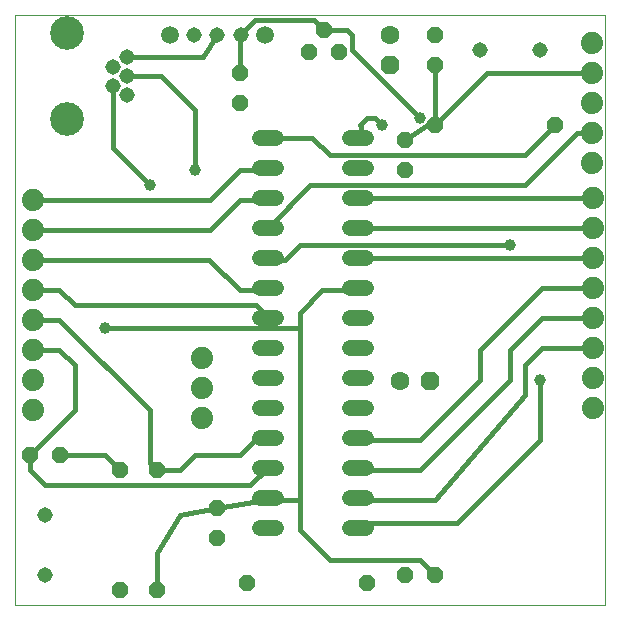
<source format=gtl>
G75*
%MOIN*%
%OFA0B0*%
%FSLAX25Y25*%
%IPPOS*%
%LPD*%
%AMOC8*
5,1,8,0,0,1.08239X$1,22.5*
%
%ADD10C,0.00000*%
%ADD11OC8,0.05200*%
%ADD12C,0.06300*%
%ADD13OC8,0.06300*%
%ADD14C,0.05150*%
%ADD15C,0.11220*%
%ADD16C,0.07400*%
%ADD17C,0.05200*%
%ADD18C,0.05937*%
%ADD19C,0.01600*%
%ADD20C,0.03962*%
D10*
X0008764Y0001800D02*
X0008764Y0198650D01*
X0205615Y0198650D01*
X0205615Y0001800D01*
X0008764Y0001800D01*
D11*
X0043764Y0006800D03*
X0056264Y0006800D03*
X0076264Y0024300D03*
X0076264Y0034300D03*
X0056264Y0046800D03*
X0043764Y0046800D03*
X0023764Y0051800D03*
X0013764Y0051800D03*
X0086264Y0009300D03*
X0126264Y0009300D03*
X0138764Y0011800D03*
X0148764Y0011800D03*
X0138764Y0146800D03*
X0138764Y0156800D03*
X0148764Y0161800D03*
X0148764Y0181800D03*
X0148764Y0191800D03*
X0116796Y0186111D03*
X0111796Y0193611D03*
X0106796Y0186111D03*
X0083764Y0179300D03*
X0083764Y0169300D03*
X0188764Y0161800D03*
D12*
X0133764Y0191800D03*
X0137288Y0076485D03*
D13*
X0147288Y0076485D03*
X0133764Y0181800D03*
D14*
X0163764Y0186800D03*
X0183764Y0186800D03*
X0084138Y0191800D03*
X0076264Y0191800D03*
X0068390Y0191800D03*
X0046205Y0184398D03*
X0041481Y0181249D03*
X0046205Y0178099D03*
X0041481Y0174950D03*
X0046205Y0171800D03*
X0018764Y0031800D03*
X0018764Y0011800D03*
D15*
X0026127Y0163729D03*
X0026127Y0192469D03*
D16*
X0014867Y0136997D03*
X0014867Y0126997D03*
X0014867Y0116997D03*
X0014867Y0106997D03*
X0014867Y0096997D03*
X0014867Y0086997D03*
X0014867Y0076997D03*
X0014867Y0066997D03*
X0071264Y0064300D03*
X0071264Y0074300D03*
X0071264Y0084300D03*
X0201599Y0087686D03*
X0201599Y0077686D03*
X0201599Y0067686D03*
X0201599Y0097686D03*
X0201599Y0107686D03*
X0201599Y0117686D03*
X0201599Y0127686D03*
X0201599Y0137686D03*
X0201264Y0149300D03*
X0201264Y0159300D03*
X0201264Y0169300D03*
X0201264Y0179300D03*
X0201264Y0189300D03*
D17*
X0125774Y0157666D02*
X0120574Y0157666D01*
X0120574Y0147666D02*
X0125774Y0147666D01*
X0125774Y0137666D02*
X0120574Y0137666D01*
X0120574Y0127666D02*
X0125774Y0127666D01*
X0125774Y0117666D02*
X0120574Y0117666D01*
X0120574Y0107666D02*
X0125774Y0107666D01*
X0125774Y0097666D02*
X0120574Y0097666D01*
X0120574Y0087666D02*
X0125774Y0087666D01*
X0125774Y0077666D02*
X0120574Y0077666D01*
X0120574Y0067666D02*
X0125774Y0067666D01*
X0125774Y0057666D02*
X0120574Y0057666D01*
X0120574Y0047666D02*
X0125774Y0047666D01*
X0125774Y0037666D02*
X0120574Y0037666D01*
X0120574Y0027666D02*
X0125774Y0027666D01*
X0095774Y0027666D02*
X0090574Y0027666D01*
X0090574Y0037666D02*
X0095774Y0037666D01*
X0095774Y0047666D02*
X0090574Y0047666D01*
X0090574Y0057666D02*
X0095774Y0057666D01*
X0095774Y0067666D02*
X0090574Y0067666D01*
X0090574Y0077666D02*
X0095774Y0077666D01*
X0095774Y0087666D02*
X0090574Y0087666D01*
X0090574Y0097666D02*
X0095774Y0097666D01*
X0095774Y0107666D02*
X0090574Y0107666D01*
X0090574Y0117666D02*
X0095774Y0117666D01*
X0095774Y0127666D02*
X0090574Y0127666D01*
X0090574Y0137666D02*
X0095774Y0137666D01*
X0095774Y0147666D02*
X0090574Y0147666D01*
X0090574Y0157666D02*
X0095774Y0157666D01*
D18*
X0092012Y0191800D03*
X0060516Y0191800D03*
D19*
X0071363Y0184398D02*
X0046205Y0184398D01*
X0046205Y0178099D02*
X0057465Y0178099D01*
X0068764Y0166800D01*
X0068764Y0146800D01*
X0073961Y0136997D02*
X0083764Y0146800D01*
X0092308Y0146800D01*
X0093174Y0147666D01*
X0093174Y0137666D02*
X0092308Y0136800D01*
X0083764Y0136800D01*
X0073961Y0126997D01*
X0014867Y0126997D01*
X0014867Y0116997D02*
X0073567Y0116997D01*
X0083764Y0106800D01*
X0092308Y0106800D01*
X0093174Y0107666D01*
X0089040Y0101800D02*
X0093174Y0097666D01*
X0089040Y0101800D02*
X0028764Y0101800D01*
X0023567Y0106997D01*
X0014867Y0106997D01*
X0014867Y0096997D02*
X0023567Y0096997D01*
X0053764Y0066800D01*
X0053764Y0049300D01*
X0056264Y0046800D01*
X0063764Y0046800D01*
X0068764Y0051800D01*
X0083764Y0051800D01*
X0088764Y0056800D01*
X0092308Y0056800D01*
X0093174Y0057666D01*
X0093174Y0047666D02*
X0087308Y0041800D01*
X0018764Y0041800D01*
X0013764Y0046800D01*
X0013764Y0051800D01*
X0028764Y0066800D01*
X0028764Y0081800D01*
X0023567Y0086997D01*
X0014867Y0086997D01*
X0038764Y0094300D02*
X0103764Y0094300D01*
X0103764Y0099300D01*
X0111264Y0106800D01*
X0122308Y0106800D01*
X0123174Y0107666D01*
X0123174Y0117666D02*
X0123193Y0117686D01*
X0201599Y0117686D01*
X0201599Y0127686D02*
X0123193Y0127686D01*
X0123174Y0127666D01*
X0123174Y0137666D02*
X0123193Y0137686D01*
X0201599Y0137686D01*
X0201264Y0159300D02*
X0196264Y0159300D01*
X0178764Y0141800D01*
X0107308Y0141800D01*
X0093174Y0127666D01*
X0093174Y0117666D02*
X0094040Y0116800D01*
X0098764Y0116800D01*
X0103764Y0121800D01*
X0173764Y0121800D01*
X0184650Y0107686D02*
X0163764Y0086800D01*
X0163764Y0076800D01*
X0143764Y0056800D01*
X0124040Y0056800D01*
X0123174Y0057666D01*
X0123174Y0047666D02*
X0123764Y0047076D01*
X0123764Y0046800D01*
X0143764Y0046800D01*
X0173764Y0076800D01*
X0173764Y0086800D01*
X0184650Y0097686D01*
X0201599Y0097686D01*
X0201599Y0107686D02*
X0184650Y0107686D01*
X0184650Y0087686D02*
X0178764Y0081800D01*
X0178764Y0071800D01*
X0148764Y0036800D01*
X0124040Y0036800D01*
X0123174Y0037666D01*
X0124808Y0029300D02*
X0123174Y0027666D01*
X0124808Y0029300D02*
X0156264Y0029300D01*
X0183764Y0056800D01*
X0183764Y0076800D01*
X0184650Y0087686D02*
X0201599Y0087686D01*
X0178764Y0151800D02*
X0188764Y0161800D01*
X0178764Y0151800D02*
X0113764Y0151800D01*
X0107898Y0157666D01*
X0093174Y0157666D01*
X0083764Y0179300D02*
X0083764Y0188926D01*
X0084138Y0191800D01*
X0084138Y0192174D01*
X0088764Y0196800D01*
X0108607Y0196800D01*
X0111796Y0193611D01*
X0119453Y0193611D01*
X0121264Y0191800D01*
X0121264Y0186800D01*
X0143764Y0164300D01*
X0146264Y0161800D02*
X0138764Y0156800D01*
X0146264Y0161800D02*
X0148764Y0161800D01*
X0148764Y0181800D01*
X0166264Y0179300D02*
X0148764Y0161800D01*
X0131264Y0161800D02*
X0128764Y0164300D01*
X0126264Y0164300D01*
X0123764Y0161800D01*
X0124040Y0161524D01*
X0124040Y0156800D01*
X0166264Y0179300D02*
X0201264Y0179300D01*
X0103764Y0094300D02*
X0103764Y0036800D01*
X0094040Y0036800D01*
X0093174Y0037666D01*
X0092308Y0036800D01*
X0076264Y0034300D01*
X0063764Y0031800D01*
X0056264Y0019300D01*
X0056264Y0006800D01*
X0043764Y0046800D02*
X0038764Y0051800D01*
X0023764Y0051800D01*
X0103764Y0036800D02*
X0103764Y0026800D01*
X0113764Y0016800D01*
X0143764Y0016800D01*
X0148764Y0011800D01*
X0073961Y0136997D02*
X0014867Y0136997D01*
X0041481Y0154083D02*
X0053764Y0141800D01*
X0041481Y0154083D02*
X0041481Y0174950D01*
X0071363Y0184398D02*
X0076264Y0191800D01*
D20*
X0068764Y0146800D03*
X0053764Y0141800D03*
X0038764Y0094300D03*
X0124040Y0156800D03*
X0131264Y0161800D03*
X0143764Y0164300D03*
X0173764Y0121800D03*
X0183764Y0076800D03*
M02*

</source>
